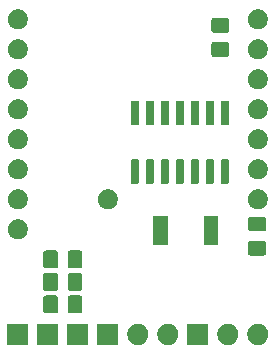
<source format=gbr>
G04 #@! TF.GenerationSoftware,KiCad,Pcbnew,(5.1.5)-3*
G04 #@! TF.CreationDate,2021-02-17T22:29:51-05:00*
G04 #@! TF.ProjectId,c128-sram256KB,63313238-2d73-4726-916d-3235364b422e,rev?*
G04 #@! TF.SameCoordinates,Original*
G04 #@! TF.FileFunction,Soldermask,Bot*
G04 #@! TF.FilePolarity,Negative*
%FSLAX46Y46*%
G04 Gerber Fmt 4.6, Leading zero omitted, Abs format (unit mm)*
G04 Created by KiCad (PCBNEW (5.1.5)-3) date 2021-02-17 22:29:51*
%MOMM*%
%LPD*%
G04 APERTURE LIST*
%ADD10C,0.100000*%
G04 APERTURE END LIST*
D10*
G36*
X89801000Y-124091000D02*
G01*
X87999000Y-124091000D01*
X87999000Y-122289000D01*
X89801000Y-122289000D01*
X89801000Y-124091000D01*
G37*
G36*
X94093512Y-122293927D02*
G01*
X94242812Y-122323624D01*
X94406784Y-122391544D01*
X94554354Y-122490147D01*
X94679853Y-122615646D01*
X94778456Y-122763216D01*
X94846376Y-122927188D01*
X94881000Y-123101259D01*
X94881000Y-123278741D01*
X94846376Y-123452812D01*
X94778456Y-123616784D01*
X94679853Y-123764354D01*
X94554354Y-123889853D01*
X94406784Y-123988456D01*
X94242812Y-124056376D01*
X94093512Y-124086073D01*
X94068742Y-124091000D01*
X93891258Y-124091000D01*
X93866488Y-124086073D01*
X93717188Y-124056376D01*
X93553216Y-123988456D01*
X93405646Y-123889853D01*
X93280147Y-123764354D01*
X93181544Y-123616784D01*
X93113624Y-123452812D01*
X93079000Y-123278741D01*
X93079000Y-123101259D01*
X93113624Y-122927188D01*
X93181544Y-122763216D01*
X93280147Y-122615646D01*
X93405646Y-122490147D01*
X93553216Y-122391544D01*
X93717188Y-122323624D01*
X93866488Y-122293927D01*
X93891258Y-122289000D01*
X94068742Y-122289000D01*
X94093512Y-122293927D01*
G37*
G36*
X86473512Y-122293927D02*
G01*
X86622812Y-122323624D01*
X86786784Y-122391544D01*
X86934354Y-122490147D01*
X87059853Y-122615646D01*
X87158456Y-122763216D01*
X87226376Y-122927188D01*
X87261000Y-123101259D01*
X87261000Y-123278741D01*
X87226376Y-123452812D01*
X87158456Y-123616784D01*
X87059853Y-123764354D01*
X86934354Y-123889853D01*
X86786784Y-123988456D01*
X86622812Y-124056376D01*
X86473512Y-124086073D01*
X86448742Y-124091000D01*
X86271258Y-124091000D01*
X86246488Y-124086073D01*
X86097188Y-124056376D01*
X85933216Y-123988456D01*
X85785646Y-123889853D01*
X85660147Y-123764354D01*
X85561544Y-123616784D01*
X85493624Y-123452812D01*
X85459000Y-123278741D01*
X85459000Y-123101259D01*
X85493624Y-122927188D01*
X85561544Y-122763216D01*
X85660147Y-122615646D01*
X85785646Y-122490147D01*
X85933216Y-122391544D01*
X86097188Y-122323624D01*
X86246488Y-122293927D01*
X86271258Y-122289000D01*
X86448742Y-122289000D01*
X86473512Y-122293927D01*
G37*
G36*
X83933512Y-122293927D02*
G01*
X84082812Y-122323624D01*
X84246784Y-122391544D01*
X84394354Y-122490147D01*
X84519853Y-122615646D01*
X84618456Y-122763216D01*
X84686376Y-122927188D01*
X84721000Y-123101259D01*
X84721000Y-123278741D01*
X84686376Y-123452812D01*
X84618456Y-123616784D01*
X84519853Y-123764354D01*
X84394354Y-123889853D01*
X84246784Y-123988456D01*
X84082812Y-124056376D01*
X83933512Y-124086073D01*
X83908742Y-124091000D01*
X83731258Y-124091000D01*
X83706488Y-124086073D01*
X83557188Y-124056376D01*
X83393216Y-123988456D01*
X83245646Y-123889853D01*
X83120147Y-123764354D01*
X83021544Y-123616784D01*
X82953624Y-123452812D01*
X82919000Y-123278741D01*
X82919000Y-123101259D01*
X82953624Y-122927188D01*
X83021544Y-122763216D01*
X83120147Y-122615646D01*
X83245646Y-122490147D01*
X83393216Y-122391544D01*
X83557188Y-122323624D01*
X83706488Y-122293927D01*
X83731258Y-122289000D01*
X83908742Y-122289000D01*
X83933512Y-122293927D01*
G37*
G36*
X82181000Y-124091000D02*
G01*
X80379000Y-124091000D01*
X80379000Y-122289000D01*
X82181000Y-122289000D01*
X82181000Y-124091000D01*
G37*
G36*
X74561000Y-124091000D02*
G01*
X72759000Y-124091000D01*
X72759000Y-122289000D01*
X74561000Y-122289000D01*
X74561000Y-124091000D01*
G37*
G36*
X77101000Y-124091000D02*
G01*
X75299000Y-124091000D01*
X75299000Y-122289000D01*
X77101000Y-122289000D01*
X77101000Y-124091000D01*
G37*
G36*
X79641000Y-124091000D02*
G01*
X77839000Y-124091000D01*
X77839000Y-122289000D01*
X79641000Y-122289000D01*
X79641000Y-124091000D01*
G37*
G36*
X91553512Y-122293927D02*
G01*
X91702812Y-122323624D01*
X91866784Y-122391544D01*
X92014354Y-122490147D01*
X92139853Y-122615646D01*
X92238456Y-122763216D01*
X92306376Y-122927188D01*
X92341000Y-123101259D01*
X92341000Y-123278741D01*
X92306376Y-123452812D01*
X92238456Y-123616784D01*
X92139853Y-123764354D01*
X92014354Y-123889853D01*
X91866784Y-123988456D01*
X91702812Y-124056376D01*
X91553512Y-124086073D01*
X91528742Y-124091000D01*
X91351258Y-124091000D01*
X91326488Y-124086073D01*
X91177188Y-124056376D01*
X91013216Y-123988456D01*
X90865646Y-123889853D01*
X90740147Y-123764354D01*
X90641544Y-123616784D01*
X90573624Y-123452812D01*
X90539000Y-123278741D01*
X90539000Y-123101259D01*
X90573624Y-122927188D01*
X90641544Y-122763216D01*
X90740147Y-122615646D01*
X90865646Y-122490147D01*
X91013216Y-122391544D01*
X91177188Y-122323624D01*
X91326488Y-122293927D01*
X91351258Y-122289000D01*
X91528742Y-122289000D01*
X91553512Y-122293927D01*
G37*
G36*
X76908674Y-119903465D02*
G01*
X76946367Y-119914899D01*
X76981103Y-119933466D01*
X77011548Y-119958452D01*
X77036534Y-119988897D01*
X77055101Y-120023633D01*
X77066535Y-120061326D01*
X77071000Y-120106661D01*
X77071000Y-121193339D01*
X77066535Y-121238674D01*
X77055101Y-121276367D01*
X77036534Y-121311103D01*
X77011548Y-121341548D01*
X76981103Y-121366534D01*
X76946367Y-121385101D01*
X76908674Y-121396535D01*
X76863339Y-121401000D01*
X76026661Y-121401000D01*
X75981326Y-121396535D01*
X75943633Y-121385101D01*
X75908897Y-121366534D01*
X75878452Y-121341548D01*
X75853466Y-121311103D01*
X75834899Y-121276367D01*
X75823465Y-121238674D01*
X75819000Y-121193339D01*
X75819000Y-120106661D01*
X75823465Y-120061326D01*
X75834899Y-120023633D01*
X75853466Y-119988897D01*
X75878452Y-119958452D01*
X75908897Y-119933466D01*
X75943633Y-119914899D01*
X75981326Y-119903465D01*
X76026661Y-119899000D01*
X76863339Y-119899000D01*
X76908674Y-119903465D01*
G37*
G36*
X78958674Y-119903465D02*
G01*
X78996367Y-119914899D01*
X79031103Y-119933466D01*
X79061548Y-119958452D01*
X79086534Y-119988897D01*
X79105101Y-120023633D01*
X79116535Y-120061326D01*
X79121000Y-120106661D01*
X79121000Y-121193339D01*
X79116535Y-121238674D01*
X79105101Y-121276367D01*
X79086534Y-121311103D01*
X79061548Y-121341548D01*
X79031103Y-121366534D01*
X78996367Y-121385101D01*
X78958674Y-121396535D01*
X78913339Y-121401000D01*
X78076661Y-121401000D01*
X78031326Y-121396535D01*
X77993633Y-121385101D01*
X77958897Y-121366534D01*
X77928452Y-121341548D01*
X77903466Y-121311103D01*
X77884899Y-121276367D01*
X77873465Y-121238674D01*
X77869000Y-121193339D01*
X77869000Y-120106661D01*
X77873465Y-120061326D01*
X77884899Y-120023633D01*
X77903466Y-119988897D01*
X77928452Y-119958452D01*
X77958897Y-119933466D01*
X77993633Y-119914899D01*
X78031326Y-119903465D01*
X78076661Y-119899000D01*
X78913339Y-119899000D01*
X78958674Y-119903465D01*
G37*
G36*
X78958674Y-117998465D02*
G01*
X78996367Y-118009899D01*
X79031103Y-118028466D01*
X79061548Y-118053452D01*
X79086534Y-118083897D01*
X79105101Y-118118633D01*
X79116535Y-118156326D01*
X79121000Y-118201661D01*
X79121000Y-119288339D01*
X79116535Y-119333674D01*
X79105101Y-119371367D01*
X79086534Y-119406103D01*
X79061548Y-119436548D01*
X79031103Y-119461534D01*
X78996367Y-119480101D01*
X78958674Y-119491535D01*
X78913339Y-119496000D01*
X78076661Y-119496000D01*
X78031326Y-119491535D01*
X77993633Y-119480101D01*
X77958897Y-119461534D01*
X77928452Y-119436548D01*
X77903466Y-119406103D01*
X77884899Y-119371367D01*
X77873465Y-119333674D01*
X77869000Y-119288339D01*
X77869000Y-118201661D01*
X77873465Y-118156326D01*
X77884899Y-118118633D01*
X77903466Y-118083897D01*
X77928452Y-118053452D01*
X77958897Y-118028466D01*
X77993633Y-118009899D01*
X78031326Y-117998465D01*
X78076661Y-117994000D01*
X78913339Y-117994000D01*
X78958674Y-117998465D01*
G37*
G36*
X76908674Y-117998465D02*
G01*
X76946367Y-118009899D01*
X76981103Y-118028466D01*
X77011548Y-118053452D01*
X77036534Y-118083897D01*
X77055101Y-118118633D01*
X77066535Y-118156326D01*
X77071000Y-118201661D01*
X77071000Y-119288339D01*
X77066535Y-119333674D01*
X77055101Y-119371367D01*
X77036534Y-119406103D01*
X77011548Y-119436548D01*
X76981103Y-119461534D01*
X76946367Y-119480101D01*
X76908674Y-119491535D01*
X76863339Y-119496000D01*
X76026661Y-119496000D01*
X75981326Y-119491535D01*
X75943633Y-119480101D01*
X75908897Y-119461534D01*
X75878452Y-119436548D01*
X75853466Y-119406103D01*
X75834899Y-119371367D01*
X75823465Y-119333674D01*
X75819000Y-119288339D01*
X75819000Y-118201661D01*
X75823465Y-118156326D01*
X75834899Y-118118633D01*
X75853466Y-118083897D01*
X75878452Y-118053452D01*
X75908897Y-118028466D01*
X75943633Y-118009899D01*
X75981326Y-117998465D01*
X76026661Y-117994000D01*
X76863339Y-117994000D01*
X76908674Y-117998465D01*
G37*
G36*
X78958674Y-116093465D02*
G01*
X78996367Y-116104899D01*
X79031103Y-116123466D01*
X79061548Y-116148452D01*
X79086534Y-116178897D01*
X79105101Y-116213633D01*
X79116535Y-116251326D01*
X79121000Y-116296661D01*
X79121000Y-117383339D01*
X79116535Y-117428674D01*
X79105101Y-117466367D01*
X79086534Y-117501103D01*
X79061548Y-117531548D01*
X79031103Y-117556534D01*
X78996367Y-117575101D01*
X78958674Y-117586535D01*
X78913339Y-117591000D01*
X78076661Y-117591000D01*
X78031326Y-117586535D01*
X77993633Y-117575101D01*
X77958897Y-117556534D01*
X77928452Y-117531548D01*
X77903466Y-117501103D01*
X77884899Y-117466367D01*
X77873465Y-117428674D01*
X77869000Y-117383339D01*
X77869000Y-116296661D01*
X77873465Y-116251326D01*
X77884899Y-116213633D01*
X77903466Y-116178897D01*
X77928452Y-116148452D01*
X77958897Y-116123466D01*
X77993633Y-116104899D01*
X78031326Y-116093465D01*
X78076661Y-116089000D01*
X78913339Y-116089000D01*
X78958674Y-116093465D01*
G37*
G36*
X76908674Y-116093465D02*
G01*
X76946367Y-116104899D01*
X76981103Y-116123466D01*
X77011548Y-116148452D01*
X77036534Y-116178897D01*
X77055101Y-116213633D01*
X77066535Y-116251326D01*
X77071000Y-116296661D01*
X77071000Y-117383339D01*
X77066535Y-117428674D01*
X77055101Y-117466367D01*
X77036534Y-117501103D01*
X77011548Y-117531548D01*
X76981103Y-117556534D01*
X76946367Y-117575101D01*
X76908674Y-117586535D01*
X76863339Y-117591000D01*
X76026661Y-117591000D01*
X75981326Y-117586535D01*
X75943633Y-117575101D01*
X75908897Y-117556534D01*
X75878452Y-117531548D01*
X75853466Y-117501103D01*
X75834899Y-117466367D01*
X75823465Y-117428674D01*
X75819000Y-117383339D01*
X75819000Y-116296661D01*
X75823465Y-116251326D01*
X75834899Y-116213633D01*
X75853466Y-116178897D01*
X75878452Y-116148452D01*
X75908897Y-116123466D01*
X75943633Y-116104899D01*
X75981326Y-116093465D01*
X76026661Y-116089000D01*
X76863339Y-116089000D01*
X76908674Y-116093465D01*
G37*
G36*
X94505174Y-115274965D02*
G01*
X94542867Y-115286399D01*
X94577603Y-115304966D01*
X94608048Y-115329952D01*
X94633034Y-115360397D01*
X94651601Y-115395133D01*
X94663035Y-115432826D01*
X94667500Y-115478161D01*
X94667500Y-116314839D01*
X94663035Y-116360174D01*
X94651601Y-116397867D01*
X94633034Y-116432603D01*
X94608048Y-116463048D01*
X94577603Y-116488034D01*
X94542867Y-116506601D01*
X94505174Y-116518035D01*
X94459839Y-116522500D01*
X93373161Y-116522500D01*
X93327826Y-116518035D01*
X93290133Y-116506601D01*
X93255397Y-116488034D01*
X93224952Y-116463048D01*
X93199966Y-116432603D01*
X93181399Y-116397867D01*
X93169965Y-116360174D01*
X93165500Y-116314839D01*
X93165500Y-115478161D01*
X93169965Y-115432826D01*
X93181399Y-115395133D01*
X93199966Y-115360397D01*
X93224952Y-115329952D01*
X93255397Y-115304966D01*
X93290133Y-115286399D01*
X93327826Y-115274965D01*
X93373161Y-115270500D01*
X94459839Y-115270500D01*
X94505174Y-115274965D01*
G37*
G36*
X86335000Y-115653000D02*
G01*
X85133000Y-115653000D01*
X85133000Y-113201000D01*
X86335000Y-113201000D01*
X86335000Y-115653000D01*
G37*
G36*
X90635000Y-115653000D02*
G01*
X89433000Y-115653000D01*
X89433000Y-113201000D01*
X90635000Y-113201000D01*
X90635000Y-115653000D01*
G37*
G36*
X73908108Y-113482863D02*
G01*
X74062980Y-113547013D01*
X74202361Y-113640145D01*
X74320895Y-113758679D01*
X74414027Y-113898060D01*
X74478177Y-114052932D01*
X74510880Y-114217344D01*
X74510880Y-114384976D01*
X74478177Y-114549388D01*
X74414027Y-114704260D01*
X74320895Y-114843641D01*
X74202361Y-114962175D01*
X74062980Y-115055307D01*
X73908108Y-115119457D01*
X73743696Y-115152160D01*
X73576064Y-115152160D01*
X73411652Y-115119457D01*
X73256780Y-115055307D01*
X73117399Y-114962175D01*
X72998865Y-114843641D01*
X72905733Y-114704260D01*
X72841583Y-114549388D01*
X72808880Y-114384976D01*
X72808880Y-114217344D01*
X72841583Y-114052932D01*
X72905733Y-113898060D01*
X72998865Y-113758679D01*
X73117399Y-113640145D01*
X73256780Y-113547013D01*
X73411652Y-113482863D01*
X73576064Y-113450160D01*
X73743696Y-113450160D01*
X73908108Y-113482863D01*
G37*
G36*
X94505174Y-113224965D02*
G01*
X94542867Y-113236399D01*
X94577603Y-113254966D01*
X94608048Y-113279952D01*
X94633034Y-113310397D01*
X94651601Y-113345133D01*
X94663035Y-113382826D01*
X94667500Y-113428161D01*
X94667500Y-114264839D01*
X94663035Y-114310174D01*
X94651601Y-114347867D01*
X94633034Y-114382603D01*
X94608048Y-114413048D01*
X94577603Y-114438034D01*
X94542867Y-114456601D01*
X94505174Y-114468035D01*
X94459839Y-114472500D01*
X93373161Y-114472500D01*
X93327826Y-114468035D01*
X93290133Y-114456601D01*
X93255397Y-114438034D01*
X93224952Y-114413048D01*
X93199966Y-114382603D01*
X93181399Y-114347867D01*
X93169965Y-114310174D01*
X93165500Y-114264839D01*
X93165500Y-113428161D01*
X93169965Y-113382826D01*
X93181399Y-113345133D01*
X93199966Y-113310397D01*
X93224952Y-113279952D01*
X93255397Y-113254966D01*
X93290133Y-113236399D01*
X93327826Y-113224965D01*
X93373161Y-113220500D01*
X94459839Y-113220500D01*
X94505174Y-113224965D01*
G37*
G36*
X94228108Y-110942863D02*
G01*
X94382980Y-111007013D01*
X94522361Y-111100145D01*
X94640895Y-111218679D01*
X94734027Y-111358060D01*
X94798177Y-111512932D01*
X94830880Y-111677344D01*
X94830880Y-111844976D01*
X94798177Y-112009388D01*
X94734027Y-112164260D01*
X94640895Y-112303641D01*
X94522361Y-112422175D01*
X94382980Y-112515307D01*
X94228108Y-112579457D01*
X94063696Y-112612160D01*
X93896064Y-112612160D01*
X93731652Y-112579457D01*
X93576780Y-112515307D01*
X93437399Y-112422175D01*
X93318865Y-112303641D01*
X93225733Y-112164260D01*
X93161583Y-112009388D01*
X93128880Y-111844976D01*
X93128880Y-111677344D01*
X93161583Y-111512932D01*
X93225733Y-111358060D01*
X93318865Y-111218679D01*
X93437399Y-111100145D01*
X93576780Y-111007013D01*
X93731652Y-110942863D01*
X93896064Y-110910160D01*
X94063696Y-110910160D01*
X94228108Y-110942863D01*
G37*
G36*
X73908108Y-110942863D02*
G01*
X74062980Y-111007013D01*
X74202361Y-111100145D01*
X74320895Y-111218679D01*
X74414027Y-111358060D01*
X74478177Y-111512932D01*
X74510880Y-111677344D01*
X74510880Y-111844976D01*
X74478177Y-112009388D01*
X74414027Y-112164260D01*
X74320895Y-112303641D01*
X74202361Y-112422175D01*
X74062980Y-112515307D01*
X73908108Y-112579457D01*
X73743696Y-112612160D01*
X73576064Y-112612160D01*
X73411652Y-112579457D01*
X73256780Y-112515307D01*
X73117399Y-112422175D01*
X72998865Y-112303641D01*
X72905733Y-112164260D01*
X72841583Y-112009388D01*
X72808880Y-111844976D01*
X72808880Y-111677344D01*
X72841583Y-111512932D01*
X72905733Y-111358060D01*
X72998865Y-111218679D01*
X73117399Y-111100145D01*
X73256780Y-111007013D01*
X73411652Y-110942863D01*
X73576064Y-110910160D01*
X73743696Y-110910160D01*
X73908108Y-110942863D01*
G37*
G36*
X81528108Y-110942863D02*
G01*
X81682980Y-111007013D01*
X81822361Y-111100145D01*
X81940895Y-111218679D01*
X82034027Y-111358060D01*
X82098177Y-111512932D01*
X82130880Y-111677344D01*
X82130880Y-111844976D01*
X82098177Y-112009388D01*
X82034027Y-112164260D01*
X81940895Y-112303641D01*
X81822361Y-112422175D01*
X81682980Y-112515307D01*
X81528108Y-112579457D01*
X81363696Y-112612160D01*
X81196064Y-112612160D01*
X81031652Y-112579457D01*
X80876780Y-112515307D01*
X80737399Y-112422175D01*
X80618865Y-112303641D01*
X80525733Y-112164260D01*
X80461583Y-112009388D01*
X80428880Y-111844976D01*
X80428880Y-111677344D01*
X80461583Y-111512932D01*
X80525733Y-111358060D01*
X80618865Y-111218679D01*
X80737399Y-111100145D01*
X80876780Y-111007013D01*
X81031652Y-110942863D01*
X81196064Y-110910160D01*
X81363696Y-110910160D01*
X81528108Y-110942863D01*
G37*
G36*
X85095928Y-108385764D02*
G01*
X85117009Y-108392160D01*
X85136445Y-108402548D01*
X85153476Y-108416524D01*
X85167452Y-108433555D01*
X85177840Y-108452991D01*
X85184236Y-108474072D01*
X85187000Y-108502140D01*
X85187000Y-110315860D01*
X85184236Y-110343928D01*
X85177840Y-110365009D01*
X85167452Y-110384445D01*
X85153476Y-110401476D01*
X85136445Y-110415452D01*
X85117009Y-110425840D01*
X85095928Y-110432236D01*
X85067860Y-110435000D01*
X84604140Y-110435000D01*
X84576072Y-110432236D01*
X84554991Y-110425840D01*
X84535555Y-110415452D01*
X84518524Y-110401476D01*
X84504548Y-110384445D01*
X84494160Y-110365009D01*
X84487764Y-110343928D01*
X84485000Y-110315860D01*
X84485000Y-108502140D01*
X84487764Y-108474072D01*
X84494160Y-108452991D01*
X84504548Y-108433555D01*
X84518524Y-108416524D01*
X84535555Y-108402548D01*
X84554991Y-108392160D01*
X84576072Y-108385764D01*
X84604140Y-108383000D01*
X85067860Y-108383000D01*
X85095928Y-108385764D01*
G37*
G36*
X86365928Y-108385764D02*
G01*
X86387009Y-108392160D01*
X86406445Y-108402548D01*
X86423476Y-108416524D01*
X86437452Y-108433555D01*
X86447840Y-108452991D01*
X86454236Y-108474072D01*
X86457000Y-108502140D01*
X86457000Y-110315860D01*
X86454236Y-110343928D01*
X86447840Y-110365009D01*
X86437452Y-110384445D01*
X86423476Y-110401476D01*
X86406445Y-110415452D01*
X86387009Y-110425840D01*
X86365928Y-110432236D01*
X86337860Y-110435000D01*
X85874140Y-110435000D01*
X85846072Y-110432236D01*
X85824991Y-110425840D01*
X85805555Y-110415452D01*
X85788524Y-110401476D01*
X85774548Y-110384445D01*
X85764160Y-110365009D01*
X85757764Y-110343928D01*
X85755000Y-110315860D01*
X85755000Y-108502140D01*
X85757764Y-108474072D01*
X85764160Y-108452991D01*
X85774548Y-108433555D01*
X85788524Y-108416524D01*
X85805555Y-108402548D01*
X85824991Y-108392160D01*
X85846072Y-108385764D01*
X85874140Y-108383000D01*
X86337860Y-108383000D01*
X86365928Y-108385764D01*
G37*
G36*
X90175928Y-108385764D02*
G01*
X90197009Y-108392160D01*
X90216445Y-108402548D01*
X90233476Y-108416524D01*
X90247452Y-108433555D01*
X90257840Y-108452991D01*
X90264236Y-108474072D01*
X90267000Y-108502140D01*
X90267000Y-110315860D01*
X90264236Y-110343928D01*
X90257840Y-110365009D01*
X90247452Y-110384445D01*
X90233476Y-110401476D01*
X90216445Y-110415452D01*
X90197009Y-110425840D01*
X90175928Y-110432236D01*
X90147860Y-110435000D01*
X89684140Y-110435000D01*
X89656072Y-110432236D01*
X89634991Y-110425840D01*
X89615555Y-110415452D01*
X89598524Y-110401476D01*
X89584548Y-110384445D01*
X89574160Y-110365009D01*
X89567764Y-110343928D01*
X89565000Y-110315860D01*
X89565000Y-108502140D01*
X89567764Y-108474072D01*
X89574160Y-108452991D01*
X89584548Y-108433555D01*
X89598524Y-108416524D01*
X89615555Y-108402548D01*
X89634991Y-108392160D01*
X89656072Y-108385764D01*
X89684140Y-108383000D01*
X90147860Y-108383000D01*
X90175928Y-108385764D01*
G37*
G36*
X87635928Y-108385764D02*
G01*
X87657009Y-108392160D01*
X87676445Y-108402548D01*
X87693476Y-108416524D01*
X87707452Y-108433555D01*
X87717840Y-108452991D01*
X87724236Y-108474072D01*
X87727000Y-108502140D01*
X87727000Y-110315860D01*
X87724236Y-110343928D01*
X87717840Y-110365009D01*
X87707452Y-110384445D01*
X87693476Y-110401476D01*
X87676445Y-110415452D01*
X87657009Y-110425840D01*
X87635928Y-110432236D01*
X87607860Y-110435000D01*
X87144140Y-110435000D01*
X87116072Y-110432236D01*
X87094991Y-110425840D01*
X87075555Y-110415452D01*
X87058524Y-110401476D01*
X87044548Y-110384445D01*
X87034160Y-110365009D01*
X87027764Y-110343928D01*
X87025000Y-110315860D01*
X87025000Y-108502140D01*
X87027764Y-108474072D01*
X87034160Y-108452991D01*
X87044548Y-108433555D01*
X87058524Y-108416524D01*
X87075555Y-108402548D01*
X87094991Y-108392160D01*
X87116072Y-108385764D01*
X87144140Y-108383000D01*
X87607860Y-108383000D01*
X87635928Y-108385764D01*
G37*
G36*
X91445928Y-108385764D02*
G01*
X91467009Y-108392160D01*
X91486445Y-108402548D01*
X91503476Y-108416524D01*
X91517452Y-108433555D01*
X91527840Y-108452991D01*
X91534236Y-108474072D01*
X91537000Y-108502140D01*
X91537000Y-110315860D01*
X91534236Y-110343928D01*
X91527840Y-110365009D01*
X91517452Y-110384445D01*
X91503476Y-110401476D01*
X91486445Y-110415452D01*
X91467009Y-110425840D01*
X91445928Y-110432236D01*
X91417860Y-110435000D01*
X90954140Y-110435000D01*
X90926072Y-110432236D01*
X90904991Y-110425840D01*
X90885555Y-110415452D01*
X90868524Y-110401476D01*
X90854548Y-110384445D01*
X90844160Y-110365009D01*
X90837764Y-110343928D01*
X90835000Y-110315860D01*
X90835000Y-108502140D01*
X90837764Y-108474072D01*
X90844160Y-108452991D01*
X90854548Y-108433555D01*
X90868524Y-108416524D01*
X90885555Y-108402548D01*
X90904991Y-108392160D01*
X90926072Y-108385764D01*
X90954140Y-108383000D01*
X91417860Y-108383000D01*
X91445928Y-108385764D01*
G37*
G36*
X83825928Y-108385764D02*
G01*
X83847009Y-108392160D01*
X83866445Y-108402548D01*
X83883476Y-108416524D01*
X83897452Y-108433555D01*
X83907840Y-108452991D01*
X83914236Y-108474072D01*
X83917000Y-108502140D01*
X83917000Y-110315860D01*
X83914236Y-110343928D01*
X83907840Y-110365009D01*
X83897452Y-110384445D01*
X83883476Y-110401476D01*
X83866445Y-110415452D01*
X83847009Y-110425840D01*
X83825928Y-110432236D01*
X83797860Y-110435000D01*
X83334140Y-110435000D01*
X83306072Y-110432236D01*
X83284991Y-110425840D01*
X83265555Y-110415452D01*
X83248524Y-110401476D01*
X83234548Y-110384445D01*
X83224160Y-110365009D01*
X83217764Y-110343928D01*
X83215000Y-110315860D01*
X83215000Y-108502140D01*
X83217764Y-108474072D01*
X83224160Y-108452991D01*
X83234548Y-108433555D01*
X83248524Y-108416524D01*
X83265555Y-108402548D01*
X83284991Y-108392160D01*
X83306072Y-108385764D01*
X83334140Y-108383000D01*
X83797860Y-108383000D01*
X83825928Y-108385764D01*
G37*
G36*
X88905928Y-108385764D02*
G01*
X88927009Y-108392160D01*
X88946445Y-108402548D01*
X88963476Y-108416524D01*
X88977452Y-108433555D01*
X88987840Y-108452991D01*
X88994236Y-108474072D01*
X88997000Y-108502140D01*
X88997000Y-110315860D01*
X88994236Y-110343928D01*
X88987840Y-110365009D01*
X88977452Y-110384445D01*
X88963476Y-110401476D01*
X88946445Y-110415452D01*
X88927009Y-110425840D01*
X88905928Y-110432236D01*
X88877860Y-110435000D01*
X88414140Y-110435000D01*
X88386072Y-110432236D01*
X88364991Y-110425840D01*
X88345555Y-110415452D01*
X88328524Y-110401476D01*
X88314548Y-110384445D01*
X88304160Y-110365009D01*
X88297764Y-110343928D01*
X88295000Y-110315860D01*
X88295000Y-108502140D01*
X88297764Y-108474072D01*
X88304160Y-108452991D01*
X88314548Y-108433555D01*
X88328524Y-108416524D01*
X88345555Y-108402548D01*
X88364991Y-108392160D01*
X88386072Y-108385764D01*
X88414140Y-108383000D01*
X88877860Y-108383000D01*
X88905928Y-108385764D01*
G37*
G36*
X73908108Y-108402863D02*
G01*
X74062980Y-108467013D01*
X74202361Y-108560145D01*
X74320895Y-108678679D01*
X74414027Y-108818060D01*
X74478177Y-108972932D01*
X74510880Y-109137344D01*
X74510880Y-109304976D01*
X74478177Y-109469388D01*
X74414027Y-109624260D01*
X74320895Y-109763641D01*
X74202361Y-109882175D01*
X74062980Y-109975307D01*
X73908108Y-110039457D01*
X73743696Y-110072160D01*
X73576064Y-110072160D01*
X73411652Y-110039457D01*
X73256780Y-109975307D01*
X73117399Y-109882175D01*
X72998865Y-109763641D01*
X72905733Y-109624260D01*
X72841583Y-109469388D01*
X72808880Y-109304976D01*
X72808880Y-109137344D01*
X72841583Y-108972932D01*
X72905733Y-108818060D01*
X72998865Y-108678679D01*
X73117399Y-108560145D01*
X73256780Y-108467013D01*
X73411652Y-108402863D01*
X73576064Y-108370160D01*
X73743696Y-108370160D01*
X73908108Y-108402863D01*
G37*
G36*
X94228108Y-108402863D02*
G01*
X94382980Y-108467013D01*
X94522361Y-108560145D01*
X94640895Y-108678679D01*
X94734027Y-108818060D01*
X94798177Y-108972932D01*
X94830880Y-109137344D01*
X94830880Y-109304976D01*
X94798177Y-109469388D01*
X94734027Y-109624260D01*
X94640895Y-109763641D01*
X94522361Y-109882175D01*
X94382980Y-109975307D01*
X94228108Y-110039457D01*
X94063696Y-110072160D01*
X93896064Y-110072160D01*
X93731652Y-110039457D01*
X93576780Y-109975307D01*
X93437399Y-109882175D01*
X93318865Y-109763641D01*
X93225733Y-109624260D01*
X93161583Y-109469388D01*
X93128880Y-109304976D01*
X93128880Y-109137344D01*
X93161583Y-108972932D01*
X93225733Y-108818060D01*
X93318865Y-108678679D01*
X93437399Y-108560145D01*
X93576780Y-108467013D01*
X93731652Y-108402863D01*
X93896064Y-108370160D01*
X94063696Y-108370160D01*
X94228108Y-108402863D01*
G37*
G36*
X73908108Y-105862863D02*
G01*
X74062980Y-105927013D01*
X74202361Y-106020145D01*
X74320895Y-106138679D01*
X74414027Y-106278060D01*
X74478177Y-106432932D01*
X74510880Y-106597344D01*
X74510880Y-106764976D01*
X74478177Y-106929388D01*
X74414027Y-107084260D01*
X74320895Y-107223641D01*
X74202361Y-107342175D01*
X74062980Y-107435307D01*
X73908108Y-107499457D01*
X73743696Y-107532160D01*
X73576064Y-107532160D01*
X73411652Y-107499457D01*
X73256780Y-107435307D01*
X73117399Y-107342175D01*
X72998865Y-107223641D01*
X72905733Y-107084260D01*
X72841583Y-106929388D01*
X72808880Y-106764976D01*
X72808880Y-106597344D01*
X72841583Y-106432932D01*
X72905733Y-106278060D01*
X72998865Y-106138679D01*
X73117399Y-106020145D01*
X73256780Y-105927013D01*
X73411652Y-105862863D01*
X73576064Y-105830160D01*
X73743696Y-105830160D01*
X73908108Y-105862863D01*
G37*
G36*
X94228108Y-105862863D02*
G01*
X94382980Y-105927013D01*
X94522361Y-106020145D01*
X94640895Y-106138679D01*
X94734027Y-106278060D01*
X94798177Y-106432932D01*
X94830880Y-106597344D01*
X94830880Y-106764976D01*
X94798177Y-106929388D01*
X94734027Y-107084260D01*
X94640895Y-107223641D01*
X94522361Y-107342175D01*
X94382980Y-107435307D01*
X94228108Y-107499457D01*
X94063696Y-107532160D01*
X93896064Y-107532160D01*
X93731652Y-107499457D01*
X93576780Y-107435307D01*
X93437399Y-107342175D01*
X93318865Y-107223641D01*
X93225733Y-107084260D01*
X93161583Y-106929388D01*
X93128880Y-106764976D01*
X93128880Y-106597344D01*
X93161583Y-106432932D01*
X93225733Y-106278060D01*
X93318865Y-106138679D01*
X93437399Y-106020145D01*
X93576780Y-105927013D01*
X93731652Y-105862863D01*
X93896064Y-105830160D01*
X94063696Y-105830160D01*
X94228108Y-105862863D01*
G37*
G36*
X88905928Y-103435764D02*
G01*
X88927009Y-103442160D01*
X88946445Y-103452548D01*
X88963476Y-103466524D01*
X88977452Y-103483555D01*
X88987840Y-103502991D01*
X88994236Y-103524072D01*
X88997000Y-103552140D01*
X88997000Y-105365860D01*
X88994236Y-105393928D01*
X88987840Y-105415009D01*
X88977452Y-105434445D01*
X88963476Y-105451476D01*
X88946445Y-105465452D01*
X88927009Y-105475840D01*
X88905928Y-105482236D01*
X88877860Y-105485000D01*
X88414140Y-105485000D01*
X88386072Y-105482236D01*
X88364991Y-105475840D01*
X88345555Y-105465452D01*
X88328524Y-105451476D01*
X88314548Y-105434445D01*
X88304160Y-105415009D01*
X88297764Y-105393928D01*
X88295000Y-105365860D01*
X88295000Y-103552140D01*
X88297764Y-103524072D01*
X88304160Y-103502991D01*
X88314548Y-103483555D01*
X88328524Y-103466524D01*
X88345555Y-103452548D01*
X88364991Y-103442160D01*
X88386072Y-103435764D01*
X88414140Y-103433000D01*
X88877860Y-103433000D01*
X88905928Y-103435764D01*
G37*
G36*
X91445928Y-103435764D02*
G01*
X91467009Y-103442160D01*
X91486445Y-103452548D01*
X91503476Y-103466524D01*
X91517452Y-103483555D01*
X91527840Y-103502991D01*
X91534236Y-103524072D01*
X91537000Y-103552140D01*
X91537000Y-105365860D01*
X91534236Y-105393928D01*
X91527840Y-105415009D01*
X91517452Y-105434445D01*
X91503476Y-105451476D01*
X91486445Y-105465452D01*
X91467009Y-105475840D01*
X91445928Y-105482236D01*
X91417860Y-105485000D01*
X90954140Y-105485000D01*
X90926072Y-105482236D01*
X90904991Y-105475840D01*
X90885555Y-105465452D01*
X90868524Y-105451476D01*
X90854548Y-105434445D01*
X90844160Y-105415009D01*
X90837764Y-105393928D01*
X90835000Y-105365860D01*
X90835000Y-103552140D01*
X90837764Y-103524072D01*
X90844160Y-103502991D01*
X90854548Y-103483555D01*
X90868524Y-103466524D01*
X90885555Y-103452548D01*
X90904991Y-103442160D01*
X90926072Y-103435764D01*
X90954140Y-103433000D01*
X91417860Y-103433000D01*
X91445928Y-103435764D01*
G37*
G36*
X87635928Y-103435764D02*
G01*
X87657009Y-103442160D01*
X87676445Y-103452548D01*
X87693476Y-103466524D01*
X87707452Y-103483555D01*
X87717840Y-103502991D01*
X87724236Y-103524072D01*
X87727000Y-103552140D01*
X87727000Y-105365860D01*
X87724236Y-105393928D01*
X87717840Y-105415009D01*
X87707452Y-105434445D01*
X87693476Y-105451476D01*
X87676445Y-105465452D01*
X87657009Y-105475840D01*
X87635928Y-105482236D01*
X87607860Y-105485000D01*
X87144140Y-105485000D01*
X87116072Y-105482236D01*
X87094991Y-105475840D01*
X87075555Y-105465452D01*
X87058524Y-105451476D01*
X87044548Y-105434445D01*
X87034160Y-105415009D01*
X87027764Y-105393928D01*
X87025000Y-105365860D01*
X87025000Y-103552140D01*
X87027764Y-103524072D01*
X87034160Y-103502991D01*
X87044548Y-103483555D01*
X87058524Y-103466524D01*
X87075555Y-103452548D01*
X87094991Y-103442160D01*
X87116072Y-103435764D01*
X87144140Y-103433000D01*
X87607860Y-103433000D01*
X87635928Y-103435764D01*
G37*
G36*
X86365928Y-103435764D02*
G01*
X86387009Y-103442160D01*
X86406445Y-103452548D01*
X86423476Y-103466524D01*
X86437452Y-103483555D01*
X86447840Y-103502991D01*
X86454236Y-103524072D01*
X86457000Y-103552140D01*
X86457000Y-105365860D01*
X86454236Y-105393928D01*
X86447840Y-105415009D01*
X86437452Y-105434445D01*
X86423476Y-105451476D01*
X86406445Y-105465452D01*
X86387009Y-105475840D01*
X86365928Y-105482236D01*
X86337860Y-105485000D01*
X85874140Y-105485000D01*
X85846072Y-105482236D01*
X85824991Y-105475840D01*
X85805555Y-105465452D01*
X85788524Y-105451476D01*
X85774548Y-105434445D01*
X85764160Y-105415009D01*
X85757764Y-105393928D01*
X85755000Y-105365860D01*
X85755000Y-103552140D01*
X85757764Y-103524072D01*
X85764160Y-103502991D01*
X85774548Y-103483555D01*
X85788524Y-103466524D01*
X85805555Y-103452548D01*
X85824991Y-103442160D01*
X85846072Y-103435764D01*
X85874140Y-103433000D01*
X86337860Y-103433000D01*
X86365928Y-103435764D01*
G37*
G36*
X85095928Y-103435764D02*
G01*
X85117009Y-103442160D01*
X85136445Y-103452548D01*
X85153476Y-103466524D01*
X85167452Y-103483555D01*
X85177840Y-103502991D01*
X85184236Y-103524072D01*
X85187000Y-103552140D01*
X85187000Y-105365860D01*
X85184236Y-105393928D01*
X85177840Y-105415009D01*
X85167452Y-105434445D01*
X85153476Y-105451476D01*
X85136445Y-105465452D01*
X85117009Y-105475840D01*
X85095928Y-105482236D01*
X85067860Y-105485000D01*
X84604140Y-105485000D01*
X84576072Y-105482236D01*
X84554991Y-105475840D01*
X84535555Y-105465452D01*
X84518524Y-105451476D01*
X84504548Y-105434445D01*
X84494160Y-105415009D01*
X84487764Y-105393928D01*
X84485000Y-105365860D01*
X84485000Y-103552140D01*
X84487764Y-103524072D01*
X84494160Y-103502991D01*
X84504548Y-103483555D01*
X84518524Y-103466524D01*
X84535555Y-103452548D01*
X84554991Y-103442160D01*
X84576072Y-103435764D01*
X84604140Y-103433000D01*
X85067860Y-103433000D01*
X85095928Y-103435764D01*
G37*
G36*
X90175928Y-103435764D02*
G01*
X90197009Y-103442160D01*
X90216445Y-103452548D01*
X90233476Y-103466524D01*
X90247452Y-103483555D01*
X90257840Y-103502991D01*
X90264236Y-103524072D01*
X90267000Y-103552140D01*
X90267000Y-105365860D01*
X90264236Y-105393928D01*
X90257840Y-105415009D01*
X90247452Y-105434445D01*
X90233476Y-105451476D01*
X90216445Y-105465452D01*
X90197009Y-105475840D01*
X90175928Y-105482236D01*
X90147860Y-105485000D01*
X89684140Y-105485000D01*
X89656072Y-105482236D01*
X89634991Y-105475840D01*
X89615555Y-105465452D01*
X89598524Y-105451476D01*
X89584548Y-105434445D01*
X89574160Y-105415009D01*
X89567764Y-105393928D01*
X89565000Y-105365860D01*
X89565000Y-103552140D01*
X89567764Y-103524072D01*
X89574160Y-103502991D01*
X89584548Y-103483555D01*
X89598524Y-103466524D01*
X89615555Y-103452548D01*
X89634991Y-103442160D01*
X89656072Y-103435764D01*
X89684140Y-103433000D01*
X90147860Y-103433000D01*
X90175928Y-103435764D01*
G37*
G36*
X83825928Y-103435764D02*
G01*
X83847009Y-103442160D01*
X83866445Y-103452548D01*
X83883476Y-103466524D01*
X83897452Y-103483555D01*
X83907840Y-103502991D01*
X83914236Y-103524072D01*
X83917000Y-103552140D01*
X83917000Y-105365860D01*
X83914236Y-105393928D01*
X83907840Y-105415009D01*
X83897452Y-105434445D01*
X83883476Y-105451476D01*
X83866445Y-105465452D01*
X83847009Y-105475840D01*
X83825928Y-105482236D01*
X83797860Y-105485000D01*
X83334140Y-105485000D01*
X83306072Y-105482236D01*
X83284991Y-105475840D01*
X83265555Y-105465452D01*
X83248524Y-105451476D01*
X83234548Y-105434445D01*
X83224160Y-105415009D01*
X83217764Y-105393928D01*
X83215000Y-105365860D01*
X83215000Y-103552140D01*
X83217764Y-103524072D01*
X83224160Y-103502991D01*
X83234548Y-103483555D01*
X83248524Y-103466524D01*
X83265555Y-103452548D01*
X83284991Y-103442160D01*
X83306072Y-103435764D01*
X83334140Y-103433000D01*
X83797860Y-103433000D01*
X83825928Y-103435764D01*
G37*
G36*
X94228108Y-103322863D02*
G01*
X94382980Y-103387013D01*
X94522361Y-103480145D01*
X94640895Y-103598679D01*
X94734027Y-103738060D01*
X94798177Y-103892932D01*
X94830880Y-104057344D01*
X94830880Y-104224976D01*
X94798177Y-104389388D01*
X94734027Y-104544260D01*
X94640895Y-104683641D01*
X94522361Y-104802175D01*
X94382980Y-104895307D01*
X94228108Y-104959457D01*
X94063696Y-104992160D01*
X93896064Y-104992160D01*
X93731652Y-104959457D01*
X93576780Y-104895307D01*
X93437399Y-104802175D01*
X93318865Y-104683641D01*
X93225733Y-104544260D01*
X93161583Y-104389388D01*
X93128880Y-104224976D01*
X93128880Y-104057344D01*
X93161583Y-103892932D01*
X93225733Y-103738060D01*
X93318865Y-103598679D01*
X93437399Y-103480145D01*
X93576780Y-103387013D01*
X93731652Y-103322863D01*
X93896064Y-103290160D01*
X94063696Y-103290160D01*
X94228108Y-103322863D01*
G37*
G36*
X73908108Y-103322863D02*
G01*
X74062980Y-103387013D01*
X74202361Y-103480145D01*
X74320895Y-103598679D01*
X74414027Y-103738060D01*
X74478177Y-103892932D01*
X74510880Y-104057344D01*
X74510880Y-104224976D01*
X74478177Y-104389388D01*
X74414027Y-104544260D01*
X74320895Y-104683641D01*
X74202361Y-104802175D01*
X74062980Y-104895307D01*
X73908108Y-104959457D01*
X73743696Y-104992160D01*
X73576064Y-104992160D01*
X73411652Y-104959457D01*
X73256780Y-104895307D01*
X73117399Y-104802175D01*
X72998865Y-104683641D01*
X72905733Y-104544260D01*
X72841583Y-104389388D01*
X72808880Y-104224976D01*
X72808880Y-104057344D01*
X72841583Y-103892932D01*
X72905733Y-103738060D01*
X72998865Y-103598679D01*
X73117399Y-103480145D01*
X73256780Y-103387013D01*
X73411652Y-103322863D01*
X73576064Y-103290160D01*
X73743696Y-103290160D01*
X73908108Y-103322863D01*
G37*
G36*
X73908108Y-100782863D02*
G01*
X74062980Y-100847013D01*
X74202361Y-100940145D01*
X74320895Y-101058679D01*
X74414027Y-101198060D01*
X74478177Y-101352932D01*
X74510880Y-101517344D01*
X74510880Y-101684976D01*
X74478177Y-101849388D01*
X74414027Y-102004260D01*
X74320895Y-102143641D01*
X74202361Y-102262175D01*
X74062980Y-102355307D01*
X73908108Y-102419457D01*
X73743696Y-102452160D01*
X73576064Y-102452160D01*
X73411652Y-102419457D01*
X73256780Y-102355307D01*
X73117399Y-102262175D01*
X72998865Y-102143641D01*
X72905733Y-102004260D01*
X72841583Y-101849388D01*
X72808880Y-101684976D01*
X72808880Y-101517344D01*
X72841583Y-101352932D01*
X72905733Y-101198060D01*
X72998865Y-101058679D01*
X73117399Y-100940145D01*
X73256780Y-100847013D01*
X73411652Y-100782863D01*
X73576064Y-100750160D01*
X73743696Y-100750160D01*
X73908108Y-100782863D01*
G37*
G36*
X94228108Y-100782863D02*
G01*
X94382980Y-100847013D01*
X94522361Y-100940145D01*
X94640895Y-101058679D01*
X94734027Y-101198060D01*
X94798177Y-101352932D01*
X94830880Y-101517344D01*
X94830880Y-101684976D01*
X94798177Y-101849388D01*
X94734027Y-102004260D01*
X94640895Y-102143641D01*
X94522361Y-102262175D01*
X94382980Y-102355307D01*
X94228108Y-102419457D01*
X94063696Y-102452160D01*
X93896064Y-102452160D01*
X93731652Y-102419457D01*
X93576780Y-102355307D01*
X93437399Y-102262175D01*
X93318865Y-102143641D01*
X93225733Y-102004260D01*
X93161583Y-101849388D01*
X93128880Y-101684976D01*
X93128880Y-101517344D01*
X93161583Y-101352932D01*
X93225733Y-101198060D01*
X93318865Y-101058679D01*
X93437399Y-100940145D01*
X93576780Y-100847013D01*
X93731652Y-100782863D01*
X93896064Y-100750160D01*
X94063696Y-100750160D01*
X94228108Y-100782863D01*
G37*
G36*
X73908108Y-98242863D02*
G01*
X74062980Y-98307013D01*
X74202361Y-98400145D01*
X74320895Y-98518679D01*
X74414027Y-98658060D01*
X74478177Y-98812932D01*
X74510880Y-98977344D01*
X74510880Y-99144976D01*
X74478177Y-99309388D01*
X74414027Y-99464260D01*
X74320895Y-99603641D01*
X74202361Y-99722175D01*
X74062980Y-99815307D01*
X73908108Y-99879457D01*
X73743696Y-99912160D01*
X73576064Y-99912160D01*
X73411652Y-99879457D01*
X73256780Y-99815307D01*
X73117399Y-99722175D01*
X72998865Y-99603641D01*
X72905733Y-99464260D01*
X72841583Y-99309388D01*
X72808880Y-99144976D01*
X72808880Y-98977344D01*
X72841583Y-98812932D01*
X72905733Y-98658060D01*
X72998865Y-98518679D01*
X73117399Y-98400145D01*
X73256780Y-98307013D01*
X73411652Y-98242863D01*
X73576064Y-98210160D01*
X73743696Y-98210160D01*
X73908108Y-98242863D01*
G37*
G36*
X94228108Y-98242863D02*
G01*
X94382980Y-98307013D01*
X94522361Y-98400145D01*
X94640895Y-98518679D01*
X94734027Y-98658060D01*
X94798177Y-98812932D01*
X94830880Y-98977344D01*
X94830880Y-99144976D01*
X94798177Y-99309388D01*
X94734027Y-99464260D01*
X94640895Y-99603641D01*
X94522361Y-99722175D01*
X94382980Y-99815307D01*
X94228108Y-99879457D01*
X94063696Y-99912160D01*
X93896064Y-99912160D01*
X93731652Y-99879457D01*
X93576780Y-99815307D01*
X93437399Y-99722175D01*
X93318865Y-99603641D01*
X93225733Y-99464260D01*
X93161583Y-99309388D01*
X93128880Y-99144976D01*
X93128880Y-98977344D01*
X93161583Y-98812932D01*
X93225733Y-98658060D01*
X93318865Y-98518679D01*
X93437399Y-98400145D01*
X93576780Y-98307013D01*
X93731652Y-98242863D01*
X93896064Y-98210160D01*
X94063696Y-98210160D01*
X94228108Y-98242863D01*
G37*
G36*
X91393674Y-98447465D02*
G01*
X91431367Y-98458899D01*
X91466103Y-98477466D01*
X91496548Y-98502452D01*
X91521534Y-98532897D01*
X91540101Y-98567633D01*
X91551535Y-98605326D01*
X91556000Y-98650661D01*
X91556000Y-99487339D01*
X91551535Y-99532674D01*
X91540101Y-99570367D01*
X91521534Y-99605103D01*
X91496548Y-99635548D01*
X91466103Y-99660534D01*
X91431367Y-99679101D01*
X91393674Y-99690535D01*
X91348339Y-99695000D01*
X90261661Y-99695000D01*
X90216326Y-99690535D01*
X90178633Y-99679101D01*
X90143897Y-99660534D01*
X90113452Y-99635548D01*
X90088466Y-99605103D01*
X90069899Y-99570367D01*
X90058465Y-99532674D01*
X90054000Y-99487339D01*
X90054000Y-98650661D01*
X90058465Y-98605326D01*
X90069899Y-98567633D01*
X90088466Y-98532897D01*
X90113452Y-98502452D01*
X90143897Y-98477466D01*
X90178633Y-98458899D01*
X90216326Y-98447465D01*
X90261661Y-98443000D01*
X91348339Y-98443000D01*
X91393674Y-98447465D01*
G37*
G36*
X91393674Y-96397465D02*
G01*
X91431367Y-96408899D01*
X91466103Y-96427466D01*
X91496548Y-96452452D01*
X91521534Y-96482897D01*
X91540101Y-96517633D01*
X91551535Y-96555326D01*
X91556000Y-96600661D01*
X91556000Y-97437339D01*
X91551535Y-97482674D01*
X91540101Y-97520367D01*
X91521534Y-97555103D01*
X91496548Y-97585548D01*
X91466103Y-97610534D01*
X91431367Y-97629101D01*
X91393674Y-97640535D01*
X91348339Y-97645000D01*
X90261661Y-97645000D01*
X90216326Y-97640535D01*
X90178633Y-97629101D01*
X90143897Y-97610534D01*
X90113452Y-97585548D01*
X90088466Y-97555103D01*
X90069899Y-97520367D01*
X90058465Y-97482674D01*
X90054000Y-97437339D01*
X90054000Y-96600661D01*
X90058465Y-96555326D01*
X90069899Y-96517633D01*
X90088466Y-96482897D01*
X90113452Y-96452452D01*
X90143897Y-96427466D01*
X90178633Y-96408899D01*
X90216326Y-96397465D01*
X90261661Y-96393000D01*
X91348339Y-96393000D01*
X91393674Y-96397465D01*
G37*
G36*
X73908108Y-95702863D02*
G01*
X74062980Y-95767013D01*
X74202361Y-95860145D01*
X74320895Y-95978679D01*
X74414027Y-96118060D01*
X74478177Y-96272932D01*
X74510880Y-96437344D01*
X74510880Y-96604976D01*
X74478177Y-96769388D01*
X74414027Y-96924260D01*
X74320895Y-97063641D01*
X74202361Y-97182175D01*
X74062980Y-97275307D01*
X73908108Y-97339457D01*
X73743696Y-97372160D01*
X73576064Y-97372160D01*
X73411652Y-97339457D01*
X73256780Y-97275307D01*
X73117399Y-97182175D01*
X72998865Y-97063641D01*
X72905733Y-96924260D01*
X72841583Y-96769388D01*
X72808880Y-96604976D01*
X72808880Y-96437344D01*
X72841583Y-96272932D01*
X72905733Y-96118060D01*
X72998865Y-95978679D01*
X73117399Y-95860145D01*
X73256780Y-95767013D01*
X73411652Y-95702863D01*
X73576064Y-95670160D01*
X73743696Y-95670160D01*
X73908108Y-95702863D01*
G37*
G36*
X94228108Y-95702863D02*
G01*
X94382980Y-95767013D01*
X94522361Y-95860145D01*
X94640895Y-95978679D01*
X94734027Y-96118060D01*
X94798177Y-96272932D01*
X94830880Y-96437344D01*
X94830880Y-96604976D01*
X94798177Y-96769388D01*
X94734027Y-96924260D01*
X94640895Y-97063641D01*
X94522361Y-97182175D01*
X94382980Y-97275307D01*
X94228108Y-97339457D01*
X94063696Y-97372160D01*
X93896064Y-97372160D01*
X93731652Y-97339457D01*
X93576780Y-97275307D01*
X93437399Y-97182175D01*
X93318865Y-97063641D01*
X93225733Y-96924260D01*
X93161583Y-96769388D01*
X93128880Y-96604976D01*
X93128880Y-96437344D01*
X93161583Y-96272932D01*
X93225733Y-96118060D01*
X93318865Y-95978679D01*
X93437399Y-95860145D01*
X93576780Y-95767013D01*
X93731652Y-95702863D01*
X93896064Y-95670160D01*
X94063696Y-95670160D01*
X94228108Y-95702863D01*
G37*
M02*

</source>
